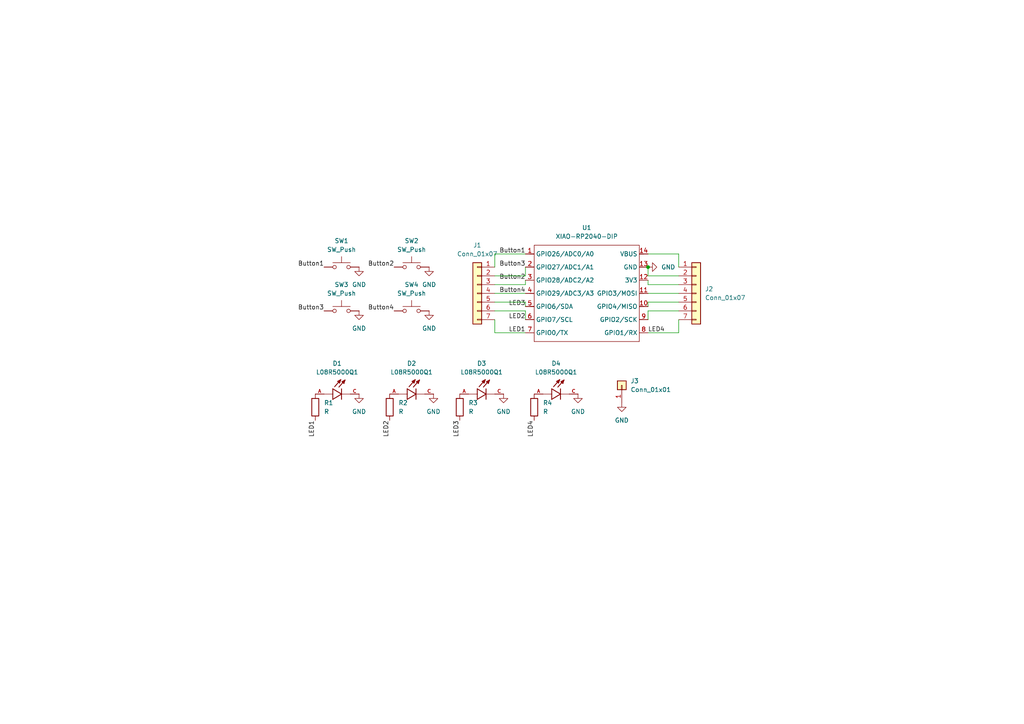
<source format=kicad_sch>
(kicad_sch
	(version 20250114)
	(generator "eeschema")
	(generator_version "9.0")
	(uuid "a5480fb0-ebde-4149-a253-5bf0be17c45e")
	(paper "A4")
	(title_block
		(title "GridCore")
		(company "Rainier P.S.")
	)
	(lib_symbols
		(symbol "Connector_Generic:Conn_01x01"
			(pin_names
				(offset 1.016)
				(hide yes)
			)
			(exclude_from_sim no)
			(in_bom yes)
			(on_board yes)
			(property "Reference" "J"
				(at 0 2.54 0)
				(effects
					(font
						(size 1.27 1.27)
					)
				)
			)
			(property "Value" "Conn_01x01"
				(at 0 -2.54 0)
				(effects
					(font
						(size 1.27 1.27)
					)
				)
			)
			(property "Footprint" ""
				(at 0 0 0)
				(effects
					(font
						(size 1.27 1.27)
					)
					(hide yes)
				)
			)
			(property "Datasheet" "~"
				(at 0 0 0)
				(effects
					(font
						(size 1.27 1.27)
					)
					(hide yes)
				)
			)
			(property "Description" "Generic connector, single row, 01x01, script generated (kicad-library-utils/schlib/autogen/connector/)"
				(at 0 0 0)
				(effects
					(font
						(size 1.27 1.27)
					)
					(hide yes)
				)
			)
			(property "ki_keywords" "connector"
				(at 0 0 0)
				(effects
					(font
						(size 1.27 1.27)
					)
					(hide yes)
				)
			)
			(property "ki_fp_filters" "Connector*:*_1x??_*"
				(at 0 0 0)
				(effects
					(font
						(size 1.27 1.27)
					)
					(hide yes)
				)
			)
			(symbol "Conn_01x01_1_1"
				(rectangle
					(start -1.27 1.27)
					(end 1.27 -1.27)
					(stroke
						(width 0.254)
						(type default)
					)
					(fill
						(type background)
					)
				)
				(rectangle
					(start -1.27 0.127)
					(end 0 -0.127)
					(stroke
						(width 0.1524)
						(type default)
					)
					(fill
						(type none)
					)
				)
				(pin passive line
					(at -5.08 0 0)
					(length 3.81)
					(name "Pin_1"
						(effects
							(font
								(size 1.27 1.27)
							)
						)
					)
					(number "1"
						(effects
							(font
								(size 1.27 1.27)
							)
						)
					)
				)
			)
			(embedded_fonts no)
		)
		(symbol "Connector_Generic:Conn_01x07"
			(pin_names
				(offset 1.016)
				(hide yes)
			)
			(exclude_from_sim no)
			(in_bom yes)
			(on_board yes)
			(property "Reference" "J"
				(at 0 10.16 0)
				(effects
					(font
						(size 1.27 1.27)
					)
				)
			)
			(property "Value" "Conn_01x07"
				(at 0 -10.16 0)
				(effects
					(font
						(size 1.27 1.27)
					)
				)
			)
			(property "Footprint" ""
				(at 0 0 0)
				(effects
					(font
						(size 1.27 1.27)
					)
					(hide yes)
				)
			)
			(property "Datasheet" "~"
				(at 0 0 0)
				(effects
					(font
						(size 1.27 1.27)
					)
					(hide yes)
				)
			)
			(property "Description" "Generic connector, single row, 01x07, script generated (kicad-library-utils/schlib/autogen/connector/)"
				(at 0 0 0)
				(effects
					(font
						(size 1.27 1.27)
					)
					(hide yes)
				)
			)
			(property "ki_keywords" "connector"
				(at 0 0 0)
				(effects
					(font
						(size 1.27 1.27)
					)
					(hide yes)
				)
			)
			(property "ki_fp_filters" "Connector*:*_1x??_*"
				(at 0 0 0)
				(effects
					(font
						(size 1.27 1.27)
					)
					(hide yes)
				)
			)
			(symbol "Conn_01x07_1_1"
				(rectangle
					(start -1.27 8.89)
					(end 1.27 -8.89)
					(stroke
						(width 0.254)
						(type default)
					)
					(fill
						(type background)
					)
				)
				(rectangle
					(start -1.27 7.747)
					(end 0 7.493)
					(stroke
						(width 0.1524)
						(type default)
					)
					(fill
						(type none)
					)
				)
				(rectangle
					(start -1.27 5.207)
					(end 0 4.953)
					(stroke
						(width 0.1524)
						(type default)
					)
					(fill
						(type none)
					)
				)
				(rectangle
					(start -1.27 2.667)
					(end 0 2.413)
					(stroke
						(width 0.1524)
						(type default)
					)
					(fill
						(type none)
					)
				)
				(rectangle
					(start -1.27 0.127)
					(end 0 -0.127)
					(stroke
						(width 0.1524)
						(type default)
					)
					(fill
						(type none)
					)
				)
				(rectangle
					(start -1.27 -2.413)
					(end 0 -2.667)
					(stroke
						(width 0.1524)
						(type default)
					)
					(fill
						(type none)
					)
				)
				(rectangle
					(start -1.27 -4.953)
					(end 0 -5.207)
					(stroke
						(width 0.1524)
						(type default)
					)
					(fill
						(type none)
					)
				)
				(rectangle
					(start -1.27 -7.493)
					(end 0 -7.747)
					(stroke
						(width 0.1524)
						(type default)
					)
					(fill
						(type none)
					)
				)
				(pin passive line
					(at -5.08 7.62 0)
					(length 3.81)
					(name "Pin_1"
						(effects
							(font
								(size 1.27 1.27)
							)
						)
					)
					(number "1"
						(effects
							(font
								(size 1.27 1.27)
							)
						)
					)
				)
				(pin passive line
					(at -5.08 5.08 0)
					(length 3.81)
					(name "Pin_2"
						(effects
							(font
								(size 1.27 1.27)
							)
						)
					)
					(number "2"
						(effects
							(font
								(size 1.27 1.27)
							)
						)
					)
				)
				(pin passive line
					(at -5.08 2.54 0)
					(length 3.81)
					(name "Pin_3"
						(effects
							(font
								(size 1.27 1.27)
							)
						)
					)
					(number "3"
						(effects
							(font
								(size 1.27 1.27)
							)
						)
					)
				)
				(pin passive line
					(at -5.08 0 0)
					(length 3.81)
					(name "Pin_4"
						(effects
							(font
								(size 1.27 1.27)
							)
						)
					)
					(number "4"
						(effects
							(font
								(size 1.27 1.27)
							)
						)
					)
				)
				(pin passive line
					(at -5.08 -2.54 0)
					(length 3.81)
					(name "Pin_5"
						(effects
							(font
								(size 1.27 1.27)
							)
						)
					)
					(number "5"
						(effects
							(font
								(size 1.27 1.27)
							)
						)
					)
				)
				(pin passive line
					(at -5.08 -5.08 0)
					(length 3.81)
					(name "Pin_6"
						(effects
							(font
								(size 1.27 1.27)
							)
						)
					)
					(number "6"
						(effects
							(font
								(size 1.27 1.27)
							)
						)
					)
				)
				(pin passive line
					(at -5.08 -7.62 0)
					(length 3.81)
					(name "Pin_7"
						(effects
							(font
								(size 1.27 1.27)
							)
						)
					)
					(number "7"
						(effects
							(font
								(size 1.27 1.27)
							)
						)
					)
				)
			)
			(embedded_fonts no)
		)
		(symbol "Device:R"
			(pin_numbers
				(hide yes)
			)
			(pin_names
				(offset 0)
			)
			(exclude_from_sim no)
			(in_bom yes)
			(on_board yes)
			(property "Reference" "R"
				(at 2.032 0 90)
				(effects
					(font
						(size 1.27 1.27)
					)
				)
			)
			(property "Value" "R"
				(at 0 0 90)
				(effects
					(font
						(size 1.27 1.27)
					)
				)
			)
			(property "Footprint" ""
				(at -1.778 0 90)
				(effects
					(font
						(size 1.27 1.27)
					)
					(hide yes)
				)
			)
			(property "Datasheet" "~"
				(at 0 0 0)
				(effects
					(font
						(size 1.27 1.27)
					)
					(hide yes)
				)
			)
			(property "Description" "Resistor"
				(at 0 0 0)
				(effects
					(font
						(size 1.27 1.27)
					)
					(hide yes)
				)
			)
			(property "ki_keywords" "R res resistor"
				(at 0 0 0)
				(effects
					(font
						(size 1.27 1.27)
					)
					(hide yes)
				)
			)
			(property "ki_fp_filters" "R_*"
				(at 0 0 0)
				(effects
					(font
						(size 1.27 1.27)
					)
					(hide yes)
				)
			)
			(symbol "R_0_1"
				(rectangle
					(start -1.016 -2.54)
					(end 1.016 2.54)
					(stroke
						(width 0.254)
						(type default)
					)
					(fill
						(type none)
					)
				)
			)
			(symbol "R_1_1"
				(pin passive line
					(at 0 3.81 270)
					(length 1.27)
					(name "~"
						(effects
							(font
								(size 1.27 1.27)
							)
						)
					)
					(number "1"
						(effects
							(font
								(size 1.27 1.27)
							)
						)
					)
				)
				(pin passive line
					(at 0 -3.81 90)
					(length 1.27)
					(name "~"
						(effects
							(font
								(size 1.27 1.27)
							)
						)
					)
					(number "2"
						(effects
							(font
								(size 1.27 1.27)
							)
						)
					)
				)
			)
			(embedded_fonts no)
		)
		(symbol "L08R5000Q1:L08R5000Q1"
			(pin_names
				(offset 1.016)
			)
			(exclude_from_sim no)
			(in_bom yes)
			(on_board yes)
			(property "Reference" "D"
				(at -3.0988 4.4958 0)
				(effects
					(font
						(size 1.27 1.27)
					)
					(justify left bottom)
				)
			)
			(property "Value" "L08R5000Q1"
				(at -3.556 -3.302 0)
				(effects
					(font
						(size 1.27 1.27)
					)
					(justify left bottom)
				)
			)
			(property "Footprint" "L08R5000Q1:LEDRD254W57D500H1070"
				(at 0 0 0)
				(effects
					(font
						(size 1.27 1.27)
					)
					(justify bottom)
					(hide yes)
				)
			)
			(property "Datasheet" ""
				(at 0 0 0)
				(effects
					(font
						(size 1.27 1.27)
					)
					(hide yes)
				)
			)
			(property "Description" ""
				(at 0 0 0)
				(effects
					(font
						(size 1.27 1.27)
					)
					(hide yes)
				)
			)
			(property "MF" "LED Technology"
				(at 0 0 0)
				(effects
					(font
						(size 1.27 1.27)
					)
					(justify bottom)
					(hide yes)
				)
			)
			(property "MAXIMUM_PACKAGE_HEIGHT" "10.7mm"
				(at 0 0 0)
				(effects
					(font
						(size 1.27 1.27)
					)
					(justify bottom)
					(hide yes)
				)
			)
			(property "Package" "None"
				(at 0 0 0)
				(effects
					(font
						(size 1.27 1.27)
					)
					(justify bottom)
					(hide yes)
				)
			)
			(property "Price" "None"
				(at 0 0 0)
				(effects
					(font
						(size 1.27 1.27)
					)
					(justify bottom)
					(hide yes)
				)
			)
			(property "Check_prices" "https://www.snapeda.com/parts/L08R5000Q1/LED+Technology/view-part/?ref=eda"
				(at 0 0 0)
				(effects
					(font
						(size 1.27 1.27)
					)
					(justify bottom)
					(hide yes)
				)
			)
			(property "STANDARD" "IPC-7351B"
				(at 0 0 0)
				(effects
					(font
						(size 1.27 1.27)
					)
					(justify bottom)
					(hide yes)
				)
			)
			(property "PARTREV" "NA"
				(at 0 0 0)
				(effects
					(font
						(size 1.27 1.27)
					)
					(justify bottom)
					(hide yes)
				)
			)
			(property "SnapEDA_Link" "https://www.snapeda.com/parts/L08R5000Q1/LED+Technology/view-part/?ref=snap"
				(at 0 0 0)
				(effects
					(font
						(size 1.27 1.27)
					)
					(justify bottom)
					(hide yes)
				)
			)
			(property "MP" "L08R5000Q1"
				(at 0 0 0)
				(effects
					(font
						(size 1.27 1.27)
					)
					(justify bottom)
					(hide yes)
				)
			)
			(property "Description_1" "LED, 5MM, ORANGE; LED / Lamp Size: 5mm / T-1 3/4; LED Colour: Orange; Typ Luminous Intensity: 4.3mcd; Viewing Angle: ..."
				(at 0 0 0)
				(effects
					(font
						(size 1.27 1.27)
					)
					(justify bottom)
					(hide yes)
				)
			)
			(property "Availability" "Not in stock"
				(at 0 0 0)
				(effects
					(font
						(size 1.27 1.27)
					)
					(justify bottom)
					(hide yes)
				)
			)
			(property "MANUFACTURER" "LED TECHNOLOGY"
				(at 0 0 0)
				(effects
					(font
						(size 1.27 1.27)
					)
					(justify bottom)
					(hide yes)
				)
			)
			(symbol "L08R5000Q1_0_0"
				(polyline
					(pts
						(xy -2.54 1.524) (xy -2.54 0)
					)
					(stroke
						(width 0.254)
						(type default)
					)
					(fill
						(type none)
					)
				)
				(polyline
					(pts
						(xy -2.54 0) (xy -5.08 0)
					)
					(stroke
						(width 0.1524)
						(type default)
					)
					(fill
						(type none)
					)
				)
				(polyline
					(pts
						(xy -2.54 0) (xy -2.54 -1.524)
					)
					(stroke
						(width 0.254)
						(type default)
					)
					(fill
						(type none)
					)
				)
				(polyline
					(pts
						(xy -2.54 -1.524) (xy 0 0)
					)
					(stroke
						(width 0.254)
						(type default)
					)
					(fill
						(type none)
					)
				)
				(polyline
					(pts
						(xy -1.1176 3.683) (xy -0.2286 4.1656)
					)
					(stroke
						(width 0.254)
						(type default)
					)
					(fill
						(type none)
					)
				)
				(polyline
					(pts
						(xy -0.9398 3.6068) (xy -0.7112 3.7592)
					)
					(stroke
						(width 0.254)
						(type default)
					)
					(fill
						(type none)
					)
				)
				(polyline
					(pts
						(xy -0.5588 3.2004) (xy -1.1176 3.683)
					)
					(stroke
						(width 0.254)
						(type default)
					)
					(fill
						(type none)
					)
				)
				(polyline
					(pts
						(xy -0.5588 3.2004) (xy -0.5334 3.937)
					)
					(stroke
						(width 0.254)
						(type default)
					)
					(fill
						(type none)
					)
				)
				(polyline
					(pts
						(xy -0.5334 3.937) (xy -0.6604 3.937)
					)
					(stroke
						(width 0.254)
						(type default)
					)
					(fill
						(type none)
					)
				)
				(polyline
					(pts
						(xy -0.2286 4.1656) (xy -2.0066 2.1336)
					)
					(stroke
						(width 0.254)
						(type default)
					)
					(fill
						(type none)
					)
				)
				(polyline
					(pts
						(xy -0.2286 4.1656) (xy -0.5588 3.2004)
					)
					(stroke
						(width 0.254)
						(type default)
					)
					(fill
						(type none)
					)
				)
				(polyline
					(pts
						(xy 0 1.524) (xy 0 0)
					)
					(stroke
						(width 0.254)
						(type default)
					)
					(fill
						(type none)
					)
				)
				(polyline
					(pts
						(xy 0 0) (xy -2.54 1.524)
					)
					(stroke
						(width 0.254)
						(type default)
					)
					(fill
						(type none)
					)
				)
				(polyline
					(pts
						(xy 0 0) (xy 0 -1.524)
					)
					(stroke
						(width 0.254)
						(type default)
					)
					(fill
						(type none)
					)
				)
				(polyline
					(pts
						(xy 0.127 3.5814) (xy 1.016 4.064)
					)
					(stroke
						(width 0.254)
						(type default)
					)
					(fill
						(type none)
					)
				)
				(polyline
					(pts
						(xy 0.3048 3.5052) (xy 0.5334 3.6576)
					)
					(stroke
						(width 0.254)
						(type default)
					)
					(fill
						(type none)
					)
				)
				(polyline
					(pts
						(xy 0.6858 3.0988) (xy 0.127 3.5814)
					)
					(stroke
						(width 0.254)
						(type default)
					)
					(fill
						(type none)
					)
				)
				(polyline
					(pts
						(xy 0.6858 3.0988) (xy 0.7112 3.8354)
					)
					(stroke
						(width 0.254)
						(type default)
					)
					(fill
						(type none)
					)
				)
				(polyline
					(pts
						(xy 0.7112 3.8354) (xy 0.5842 3.8354)
					)
					(stroke
						(width 0.254)
						(type default)
					)
					(fill
						(type none)
					)
				)
				(polyline
					(pts
						(xy 1.016 4.064) (xy -0.762 2.032)
					)
					(stroke
						(width 0.254)
						(type default)
					)
					(fill
						(type none)
					)
				)
				(polyline
					(pts
						(xy 1.016 4.064) (xy 0.6858 3.0988)
					)
					(stroke
						(width 0.254)
						(type default)
					)
					(fill
						(type none)
					)
				)
				(polyline
					(pts
						(xy 2.54 0) (xy 0 0)
					)
					(stroke
						(width 0.1524)
						(type default)
					)
					(fill
						(type none)
					)
				)
				(pin passive line
					(at -7.62 0 0)
					(length 2.54)
					(name "~"
						(effects
							(font
								(size 1.016 1.016)
							)
						)
					)
					(number "A"
						(effects
							(font
								(size 1.016 1.016)
							)
						)
					)
				)
				(pin passive line
					(at 5.08 0 180)
					(length 2.54)
					(name "~"
						(effects
							(font
								(size 1.016 1.016)
							)
						)
					)
					(number "C"
						(effects
							(font
								(size 1.016 1.016)
							)
						)
					)
				)
			)
			(embedded_fonts no)
		)
		(symbol "Seeed_Studio_XIAO_Series:XIAO-RP2040-DIP"
			(exclude_from_sim no)
			(in_bom yes)
			(on_board yes)
			(property "Reference" "U"
				(at 0 0 0)
				(effects
					(font
						(size 1.27 1.27)
					)
				)
			)
			(property "Value" "XIAO-RP2040-DIP"
				(at 5.334 -1.778 0)
				(effects
					(font
						(size 1.27 1.27)
					)
				)
			)
			(property "Footprint" "Module:MOUDLE14P-XIAO-DIP-SMD"
				(at 14.478 -32.258 0)
				(effects
					(font
						(size 1.27 1.27)
					)
					(hide yes)
				)
			)
			(property "Datasheet" ""
				(at 0 0 0)
				(effects
					(font
						(size 1.27 1.27)
					)
					(hide yes)
				)
			)
			(property "Description" ""
				(at 0 0 0)
				(effects
					(font
						(size 1.27 1.27)
					)
					(hide yes)
				)
			)
			(symbol "XIAO-RP2040-DIP_1_0"
				(polyline
					(pts
						(xy -1.27 -2.54) (xy 29.21 -2.54)
					)
					(stroke
						(width 0.1524)
						(type solid)
					)
					(fill
						(type none)
					)
				)
				(polyline
					(pts
						(xy -1.27 -5.08) (xy -2.54 -5.08)
					)
					(stroke
						(width 0.1524)
						(type solid)
					)
					(fill
						(type none)
					)
				)
				(polyline
					(pts
						(xy -1.27 -5.08) (xy -1.27 -2.54)
					)
					(stroke
						(width 0.1524)
						(type solid)
					)
					(fill
						(type none)
					)
				)
				(polyline
					(pts
						(xy -1.27 -8.89) (xy -2.54 -8.89)
					)
					(stroke
						(width 0.1524)
						(type solid)
					)
					(fill
						(type none)
					)
				)
				(polyline
					(pts
						(xy -1.27 -8.89) (xy -1.27 -5.08)
					)
					(stroke
						(width 0.1524)
						(type solid)
					)
					(fill
						(type none)
					)
				)
				(polyline
					(pts
						(xy -1.27 -12.7) (xy -2.54 -12.7)
					)
					(stroke
						(width 0.1524)
						(type solid)
					)
					(fill
						(type none)
					)
				)
				(polyline
					(pts
						(xy -1.27 -12.7) (xy -1.27 -8.89)
					)
					(stroke
						(width 0.1524)
						(type solid)
					)
					(fill
						(type none)
					)
				)
				(polyline
					(pts
						(xy -1.27 -16.51) (xy -2.54 -16.51)
					)
					(stroke
						(width 0.1524)
						(type solid)
					)
					(fill
						(type none)
					)
				)
				(polyline
					(pts
						(xy -1.27 -16.51) (xy -1.27 -12.7)
					)
					(stroke
						(width 0.1524)
						(type solid)
					)
					(fill
						(type none)
					)
				)
				(polyline
					(pts
						(xy -1.27 -20.32) (xy -2.54 -20.32)
					)
					(stroke
						(width 0.1524)
						(type solid)
					)
					(fill
						(type none)
					)
				)
				(polyline
					(pts
						(xy -1.27 -24.13) (xy -2.54 -24.13)
					)
					(stroke
						(width 0.1524)
						(type solid)
					)
					(fill
						(type none)
					)
				)
				(polyline
					(pts
						(xy -1.27 -27.94) (xy -2.54 -27.94)
					)
					(stroke
						(width 0.1524)
						(type solid)
					)
					(fill
						(type none)
					)
				)
				(polyline
					(pts
						(xy -1.27 -30.48) (xy -1.27 -16.51)
					)
					(stroke
						(width 0.1524)
						(type solid)
					)
					(fill
						(type none)
					)
				)
				(polyline
					(pts
						(xy 29.21 -2.54) (xy 29.21 -5.08)
					)
					(stroke
						(width 0.1524)
						(type solid)
					)
					(fill
						(type none)
					)
				)
				(polyline
					(pts
						(xy 29.21 -5.08) (xy 29.21 -8.89)
					)
					(stroke
						(width 0.1524)
						(type solid)
					)
					(fill
						(type none)
					)
				)
				(polyline
					(pts
						(xy 29.21 -8.89) (xy 29.21 -12.7)
					)
					(stroke
						(width 0.1524)
						(type solid)
					)
					(fill
						(type none)
					)
				)
				(polyline
					(pts
						(xy 29.21 -12.7) (xy 29.21 -30.48)
					)
					(stroke
						(width 0.1524)
						(type solid)
					)
					(fill
						(type none)
					)
				)
				(polyline
					(pts
						(xy 29.21 -30.48) (xy -1.27 -30.48)
					)
					(stroke
						(width 0.1524)
						(type solid)
					)
					(fill
						(type none)
					)
				)
				(polyline
					(pts
						(xy 30.48 -5.08) (xy 29.21 -5.08)
					)
					(stroke
						(width 0.1524)
						(type solid)
					)
					(fill
						(type none)
					)
				)
				(polyline
					(pts
						(xy 30.48 -8.89) (xy 29.21 -8.89)
					)
					(stroke
						(width 0.1524)
						(type solid)
					)
					(fill
						(type none)
					)
				)
				(polyline
					(pts
						(xy 30.48 -12.7) (xy 29.21 -12.7)
					)
					(stroke
						(width 0.1524)
						(type solid)
					)
					(fill
						(type none)
					)
				)
				(polyline
					(pts
						(xy 30.48 -16.51) (xy 29.21 -16.51)
					)
					(stroke
						(width 0.1524)
						(type solid)
					)
					(fill
						(type none)
					)
				)
				(polyline
					(pts
						(xy 30.48 -20.32) (xy 29.21 -20.32)
					)
					(stroke
						(width 0.1524)
						(type solid)
					)
					(fill
						(type none)
					)
				)
				(polyline
					(pts
						(xy 30.48 -24.13) (xy 29.21 -24.13)
					)
					(stroke
						(width 0.1524)
						(type solid)
					)
					(fill
						(type none)
					)
				)
				(polyline
					(pts
						(xy 30.48 -27.94) (xy 29.21 -27.94)
					)
					(stroke
						(width 0.1524)
						(type solid)
					)
					(fill
						(type none)
					)
				)
				(pin passive line
					(at -3.81 -5.08 0)
					(length 2.54)
					(name "GPIO26/ADC0/A0"
						(effects
							(font
								(size 1.27 1.27)
							)
						)
					)
					(number "1"
						(effects
							(font
								(size 1.27 1.27)
							)
						)
					)
				)
				(pin passive line
					(at -3.81 -8.89 0)
					(length 2.54)
					(name "GPIO27/ADC1/A1"
						(effects
							(font
								(size 1.27 1.27)
							)
						)
					)
					(number "2"
						(effects
							(font
								(size 1.27 1.27)
							)
						)
					)
				)
				(pin passive line
					(at -3.81 -12.7 0)
					(length 2.54)
					(name "GPIO28/ADC2/A2"
						(effects
							(font
								(size 1.27 1.27)
							)
						)
					)
					(number "3"
						(effects
							(font
								(size 1.27 1.27)
							)
						)
					)
				)
				(pin passive line
					(at -3.81 -16.51 0)
					(length 2.54)
					(name "GPIO29/ADC3/A3"
						(effects
							(font
								(size 1.27 1.27)
							)
						)
					)
					(number "4"
						(effects
							(font
								(size 1.27 1.27)
							)
						)
					)
				)
				(pin passive line
					(at -3.81 -20.32 0)
					(length 2.54)
					(name "GPIO6/SDA"
						(effects
							(font
								(size 1.27 1.27)
							)
						)
					)
					(number "5"
						(effects
							(font
								(size 1.27 1.27)
							)
						)
					)
				)
				(pin passive line
					(at -3.81 -24.13 0)
					(length 2.54)
					(name "GPIO7/SCL"
						(effects
							(font
								(size 1.27 1.27)
							)
						)
					)
					(number "6"
						(effects
							(font
								(size 1.27 1.27)
							)
						)
					)
				)
				(pin passive line
					(at -3.81 -27.94 0)
					(length 2.54)
					(name "GPIO0/TX"
						(effects
							(font
								(size 1.27 1.27)
							)
						)
					)
					(number "7"
						(effects
							(font
								(size 1.27 1.27)
							)
						)
					)
				)
				(pin passive line
					(at 31.75 -5.08 180)
					(length 2.54)
					(name "VBUS"
						(effects
							(font
								(size 1.27 1.27)
							)
						)
					)
					(number "14"
						(effects
							(font
								(size 1.27 1.27)
							)
						)
					)
				)
				(pin passive line
					(at 31.75 -8.89 180)
					(length 2.54)
					(name "GND"
						(effects
							(font
								(size 1.27 1.27)
							)
						)
					)
					(number "13"
						(effects
							(font
								(size 1.27 1.27)
							)
						)
					)
				)
				(pin passive line
					(at 31.75 -12.7 180)
					(length 2.54)
					(name "3V3"
						(effects
							(font
								(size 1.27 1.27)
							)
						)
					)
					(number "12"
						(effects
							(font
								(size 1.27 1.27)
							)
						)
					)
				)
				(pin passive line
					(at 31.75 -16.51 180)
					(length 2.54)
					(name "GPIO3/MOSI"
						(effects
							(font
								(size 1.27 1.27)
							)
						)
					)
					(number "11"
						(effects
							(font
								(size 1.27 1.27)
							)
						)
					)
				)
				(pin passive line
					(at 31.75 -20.32 180)
					(length 2.54)
					(name "GPIO4/MISO"
						(effects
							(font
								(size 1.27 1.27)
							)
						)
					)
					(number "10"
						(effects
							(font
								(size 1.27 1.27)
							)
						)
					)
				)
				(pin passive line
					(at 31.75 -24.13 180)
					(length 2.54)
					(name "GPIO2/SCK"
						(effects
							(font
								(size 1.27 1.27)
							)
						)
					)
					(number "9"
						(effects
							(font
								(size 1.27 1.27)
							)
						)
					)
				)
				(pin passive line
					(at 31.75 -27.94 180)
					(length 2.54)
					(name "GPIO1/RX"
						(effects
							(font
								(size 1.27 1.27)
							)
						)
					)
					(number "8"
						(effects
							(font
								(size 1.27 1.27)
							)
						)
					)
				)
			)
			(embedded_fonts no)
		)
		(symbol "Switch:SW_Push"
			(pin_numbers
				(hide yes)
			)
			(pin_names
				(offset 1.016)
				(hide yes)
			)
			(exclude_from_sim no)
			(in_bom yes)
			(on_board yes)
			(property "Reference" "SW"
				(at 1.27 2.54 0)
				(effects
					(font
						(size 1.27 1.27)
					)
					(justify left)
				)
			)
			(property "Value" "SW_Push"
				(at 0 -1.524 0)
				(effects
					(font
						(size 1.27 1.27)
					)
				)
			)
			(property "Footprint" ""
				(at 0 5.08 0)
				(effects
					(font
						(size 1.27 1.27)
					)
					(hide yes)
				)
			)
			(property "Datasheet" "~"
				(at 0 5.08 0)
				(effects
					(font
						(size 1.27 1.27)
					)
					(hide yes)
				)
			)
			(property "Description" "Push button switch, generic, two pins"
				(at 0 0 0)
				(effects
					(font
						(size 1.27 1.27)
					)
					(hide yes)
				)
			)
			(property "ki_keywords" "switch normally-open pushbutton push-button"
				(at 0 0 0)
				(effects
					(font
						(size 1.27 1.27)
					)
					(hide yes)
				)
			)
			(symbol "SW_Push_0_1"
				(circle
					(center -2.032 0)
					(radius 0.508)
					(stroke
						(width 0)
						(type default)
					)
					(fill
						(type none)
					)
				)
				(polyline
					(pts
						(xy 0 1.27) (xy 0 3.048)
					)
					(stroke
						(width 0)
						(type default)
					)
					(fill
						(type none)
					)
				)
				(circle
					(center 2.032 0)
					(radius 0.508)
					(stroke
						(width 0)
						(type default)
					)
					(fill
						(type none)
					)
				)
				(polyline
					(pts
						(xy 2.54 1.27) (xy -2.54 1.27)
					)
					(stroke
						(width 0)
						(type default)
					)
					(fill
						(type none)
					)
				)
				(pin passive line
					(at -5.08 0 0)
					(length 2.54)
					(name "1"
						(effects
							(font
								(size 1.27 1.27)
							)
						)
					)
					(number "1"
						(effects
							(font
								(size 1.27 1.27)
							)
						)
					)
				)
				(pin passive line
					(at 5.08 0 180)
					(length 2.54)
					(name "2"
						(effects
							(font
								(size 1.27 1.27)
							)
						)
					)
					(number "2"
						(effects
							(font
								(size 1.27 1.27)
							)
						)
					)
				)
			)
			(embedded_fonts no)
		)
		(symbol "power:GND"
			(power)
			(pin_numbers
				(hide yes)
			)
			(pin_names
				(offset 0)
				(hide yes)
			)
			(exclude_from_sim no)
			(in_bom yes)
			(on_board yes)
			(property "Reference" "#PWR"
				(at 0 -6.35 0)
				(effects
					(font
						(size 1.27 1.27)
					)
					(hide yes)
				)
			)
			(property "Value" "GND"
				(at 0 -3.81 0)
				(effects
					(font
						(size 1.27 1.27)
					)
				)
			)
			(property "Footprint" ""
				(at 0 0 0)
				(effects
					(font
						(size 1.27 1.27)
					)
					(hide yes)
				)
			)
			(property "Datasheet" ""
				(at 0 0 0)
				(effects
					(font
						(size 1.27 1.27)
					)
					(hide yes)
				)
			)
			(property "Description" "Power symbol creates a global label with name \"GND\" , ground"
				(at 0 0 0)
				(effects
					(font
						(size 1.27 1.27)
					)
					(hide yes)
				)
			)
			(property "ki_keywords" "global power"
				(at 0 0 0)
				(effects
					(font
						(size 1.27 1.27)
					)
					(hide yes)
				)
			)
			(symbol "GND_0_1"
				(polyline
					(pts
						(xy 0 0) (xy 0 -1.27) (xy 1.27 -1.27) (xy 0 -2.54) (xy -1.27 -1.27) (xy 0 -1.27)
					)
					(stroke
						(width 0)
						(type default)
					)
					(fill
						(type none)
					)
				)
			)
			(symbol "GND_1_1"
				(pin power_in line
					(at 0 0 270)
					(length 0)
					(name "~"
						(effects
							(font
								(size 1.27 1.27)
							)
						)
					)
					(number "1"
						(effects
							(font
								(size 1.27 1.27)
							)
						)
					)
				)
			)
			(embedded_fonts no)
		)
	)
	(junction
		(at 187.96 77.47)
		(diameter 0)
		(color 0 0 0 0)
		(uuid "7ef47a6f-1287-4753-bb0c-9ca8a2912f18")
	)
	(wire
		(pts
			(xy 196.85 96.52) (xy 196.85 92.71)
		)
		(stroke
			(width 0)
			(type default)
		)
		(uuid "042b728e-17be-406d-8a3d-e971f6e76439")
	)
	(wire
		(pts
			(xy 143.51 73.66) (xy 152.4 73.66)
		)
		(stroke
			(width 0)
			(type default)
		)
		(uuid "1b0854c5-53b6-4f3f-9c7d-a748837537ff")
	)
	(wire
		(pts
			(xy 187.96 92.71) (xy 187.96 90.17)
		)
		(stroke
			(width 0)
			(type default)
		)
		(uuid "2eb4984b-6d57-4c7a-854f-d90f7f1cb842")
	)
	(wire
		(pts
			(xy 187.96 87.63) (xy 196.85 87.63)
		)
		(stroke
			(width 0)
			(type default)
		)
		(uuid "37d1678f-19c3-474b-8a6b-293de00596c9")
	)
	(wire
		(pts
			(xy 196.85 73.66) (xy 187.96 73.66)
		)
		(stroke
			(width 0)
			(type default)
		)
		(uuid "43ed0909-9693-4894-b723-693fffc658d2")
	)
	(wire
		(pts
			(xy 143.51 87.63) (xy 152.4 87.63)
		)
		(stroke
			(width 0)
			(type default)
		)
		(uuid "4cdf0a71-9ee6-4f90-be20-966920cf4df4")
	)
	(wire
		(pts
			(xy 143.51 92.71) (xy 143.51 96.52)
		)
		(stroke
			(width 0)
			(type default)
		)
		(uuid "59f11c81-12ae-4e1e-bf3d-e658310d22cf")
	)
	(wire
		(pts
			(xy 187.96 80.01) (xy 187.96 77.47)
		)
		(stroke
			(width 0)
			(type default)
		)
		(uuid "6210357c-404e-46b3-8570-bafa73de22e8")
	)
	(wire
		(pts
			(xy 143.51 96.52) (xy 152.4 96.52)
		)
		(stroke
			(width 0)
			(type default)
		)
		(uuid "6e42ab72-72d6-4b9d-a860-f018426f559c")
	)
	(wire
		(pts
			(xy 187.96 90.17) (xy 196.85 90.17)
		)
		(stroke
			(width 0)
			(type default)
		)
		(uuid "73b8a8ac-e520-4da2-a1ad-9e07799073e0")
	)
	(wire
		(pts
			(xy 152.4 87.63) (xy 152.4 88.9)
		)
		(stroke
			(width 0)
			(type default)
		)
		(uuid "8830608d-421a-4ab8-b2c2-30102e74c80a")
	)
	(wire
		(pts
			(xy 196.85 77.47) (xy 196.85 73.66)
		)
		(stroke
			(width 0)
			(type default)
		)
		(uuid "9234f99c-f760-4ae5-96fc-dff4cca84668")
	)
	(wire
		(pts
			(xy 152.4 80.01) (xy 152.4 77.47)
		)
		(stroke
			(width 0)
			(type default)
		)
		(uuid "9e752970-0ed5-45b8-a695-df5e2ca56562")
	)
	(wire
		(pts
			(xy 143.51 90.17) (xy 152.4 90.17)
		)
		(stroke
			(width 0)
			(type default)
		)
		(uuid "a0e9f28a-63d9-4c9a-b0fd-371912662912")
	)
	(wire
		(pts
			(xy 196.85 80.01) (xy 187.96 80.01)
		)
		(stroke
			(width 0)
			(type default)
		)
		(uuid "ab90ecd0-c261-4d99-88c6-8512d18982bd")
	)
	(wire
		(pts
			(xy 196.85 82.55) (xy 187.96 82.55)
		)
		(stroke
			(width 0)
			(type default)
		)
		(uuid "af83cd92-e249-416e-8868-8992be3ddfc5")
	)
	(wire
		(pts
			(xy 187.96 85.09) (xy 196.85 85.09)
		)
		(stroke
			(width 0)
			(type default)
		)
		(uuid "b96bbc85-390f-4d16-8b39-d92e59bddc1e")
	)
	(wire
		(pts
			(xy 143.51 82.55) (xy 152.4 82.55)
		)
		(stroke
			(width 0)
			(type default)
		)
		(uuid "bb8cf0bb-b00a-4992-8aa2-4cf68630a732")
	)
	(wire
		(pts
			(xy 152.4 82.55) (xy 152.4 81.28)
		)
		(stroke
			(width 0)
			(type default)
		)
		(uuid "c112a8fd-4091-417a-b8fa-c4433f113b35")
	)
	(wire
		(pts
			(xy 143.51 77.47) (xy 143.51 73.66)
		)
		(stroke
			(width 0)
			(type default)
		)
		(uuid "d014f8b2-8730-4ee3-b1a9-d96b5b25a8fe")
	)
	(wire
		(pts
			(xy 187.96 88.9) (xy 187.96 87.63)
		)
		(stroke
			(width 0)
			(type default)
		)
		(uuid "da2d905f-1f90-40a4-8f3e-440292250416")
	)
	(wire
		(pts
			(xy 143.51 80.01) (xy 152.4 80.01)
		)
		(stroke
			(width 0)
			(type default)
		)
		(uuid "dff3a0ef-48be-49f2-a024-686996aad11f")
	)
	(wire
		(pts
			(xy 143.51 85.09) (xy 152.4 85.09)
		)
		(stroke
			(width 0)
			(type default)
		)
		(uuid "ebc52fe3-4794-49ba-90bc-acce13d337a7")
	)
	(wire
		(pts
			(xy 152.4 90.17) (xy 152.4 92.71)
		)
		(stroke
			(width 0)
			(type default)
		)
		(uuid "eeced23f-fd1a-49cb-825b-559c58ba4938")
	)
	(wire
		(pts
			(xy 187.96 82.55) (xy 187.96 81.28)
		)
		(stroke
			(width 0)
			(type default)
		)
		(uuid "f0566e74-612e-4e2b-98ce-e7da34ffb218")
	)
	(wire
		(pts
			(xy 187.96 96.52) (xy 196.85 96.52)
		)
		(stroke
			(width 0)
			(type default)
		)
		(uuid "fa993e3a-6a21-416a-a3c8-83f1eac148f1")
	)
	(label "LED1"
		(at 91.44 121.92 270)
		(effects
			(font
				(size 1.27 1.27)
			)
			(justify right bottom)
		)
		(uuid "0c2f3b6d-f7f7-4742-9e02-84738b83ee43")
	)
	(label "LED2"
		(at 113.03 121.92 270)
		(effects
			(font
				(size 1.27 1.27)
			)
			(justify right bottom)
		)
		(uuid "2015f6f4-a933-46a2-9084-736ff6c56add")
	)
	(label "Button2"
		(at 114.3 77.47 180)
		(effects
			(font
				(size 1.27 1.27)
			)
			(justify right bottom)
		)
		(uuid "2544381a-8bd7-4684-8958-8b35ab0c585f")
	)
	(label "LED1"
		(at 152.4 96.52 180)
		(effects
			(font
				(size 1.27 1.27)
			)
			(justify right bottom)
		)
		(uuid "47b38e4c-8ff8-4b5d-9ad4-8f13b40a4401")
	)
	(label "Button4"
		(at 114.3 90.17 180)
		(effects
			(font
				(size 1.27 1.27)
			)
			(justify right bottom)
		)
		(uuid "616bd02b-6f65-41b6-81c3-2fcd8cd4b529")
	)
	(label "LED2"
		(at 152.4 92.71 180)
		(effects
			(font
				(size 1.27 1.27)
			)
			(justify right bottom)
		)
		(uuid "72e6ba69-ef8c-4dc3-b895-143464703fbe")
	)
	(label "Button3"
		(at 152.4 77.47 180)
		(effects
			(font
				(size 1.27 1.27)
			)
			(justify right bottom)
		)
		(uuid "7b6c9354-a06b-43ce-9983-c210507ca97f")
	)
	(label "LED3"
		(at 152.4 88.9 180)
		(effects
			(font
				(size 1.27 1.27)
			)
			(justify right bottom)
		)
		(uuid "8ff9fcf9-402b-41ee-9ef5-6edff4712374")
	)
	(label "LED3"
		(at 133.35 121.92 270)
		(effects
			(font
				(size 1.27 1.27)
			)
			(justify right bottom)
		)
		(uuid "9f8fe60a-5280-4793-9fd8-e1eef3563505")
	)
	(label "Button1"
		(at 93.98 77.47 180)
		(effects
			(font
				(size 1.27 1.27)
			)
			(justify right bottom)
		)
		(uuid "a25bd440-5c11-4912-8553-728abcd55bad")
	)
	(label "LED4"
		(at 187.96 96.52 0)
		(effects
			(font
				(size 1.27 1.27)
			)
			(justify left bottom)
		)
		(uuid "a4a82e46-ffdc-449d-87c2-c6c67b6155c4")
	)
	(label "Button3"
		(at 93.98 90.17 180)
		(effects
			(font
				(size 1.27 1.27)
			)
			(justify right bottom)
		)
		(uuid "b0d12a1f-a8f4-471c-a183-d0e1d1db19e0")
	)
	(label "Button1"
		(at 152.4 73.66 180)
		(effects
			(font
				(size 1.27 1.27)
			)
			(justify right bottom)
		)
		(uuid "ccae36a1-f0a5-41ca-a2d0-c934442e3f9a")
	)
	(label "Button2"
		(at 152.4 81.28 180)
		(effects
			(font
				(size 1.27 1.27)
			)
			(justify right bottom)
		)
		(uuid "d36bfa86-5ee5-462b-89ad-0291d1955eb2")
	)
	(label "Button4"
		(at 152.4 85.09 180)
		(effects
			(font
				(size 1.27 1.27)
			)
			(justify right bottom)
		)
		(uuid "eff2431f-728e-4d52-a0f7-19fdcf171b5f")
	)
	(label "LED4"
		(at 154.94 121.92 270)
		(effects
			(font
				(size 1.27 1.27)
			)
			(justify right bottom)
		)
		(uuid "f4f01055-fc3b-4a29-aa47-2c0cf43641a6")
	)
	(symbol
		(lib_id "power:GND")
		(at 124.46 90.17 0)
		(unit 1)
		(exclude_from_sim no)
		(in_bom yes)
		(on_board yes)
		(dnp no)
		(fields_autoplaced yes)
		(uuid "018d36cc-e8cc-46bc-a37d-531952f22b51")
		(property "Reference" "#PWR07"
			(at 124.46 96.52 0)
			(effects
				(font
					(size 1.27 1.27)
				)
				(hide yes)
			)
		)
		(property "Value" "GND"
			(at 124.46 95.25 0)
			(effects
				(font
					(size 1.27 1.27)
				)
			)
		)
		(property "Footprint" ""
			(at 124.46 90.17 0)
			(effects
				(font
					(size 1.27 1.27)
				)
				(hide yes)
			)
		)
		(property "Datasheet" ""
			(at 124.46 90.17 0)
			(effects
				(font
					(size 1.27 1.27)
				)
				(hide yes)
			)
		)
		(property "Description" "Power symbol creates a global label with name \"GND\" , ground"
			(at 124.46 90.17 0)
			(effects
				(font
					(size 1.27 1.27)
				)
				(hide yes)
			)
		)
		(pin "1"
			(uuid "f0e2728f-7048-4081-9a60-2b9220394585")
		)
		(instances
			(project ""
				(path "/a5480fb0-ebde-4149-a253-5bf0be17c45e"
					(reference "#PWR07")
					(unit 1)
				)
			)
		)
	)
	(symbol
		(lib_id "Switch:SW_Push")
		(at 119.38 77.47 0)
		(unit 1)
		(exclude_from_sim no)
		(in_bom yes)
		(on_board yes)
		(dnp no)
		(fields_autoplaced yes)
		(uuid "133712a4-7526-45ce-8706-01fa107ffb55")
		(property "Reference" "SW2"
			(at 119.38 69.85 0)
			(effects
				(font
					(size 1.27 1.27)
				)
			)
		)
		(property "Value" "SW_Push"
			(at 119.38 72.39 0)
			(effects
				(font
					(size 1.27 1.27)
				)
			)
		)
		(property "Footprint" "Button_Switch_Keyboard:SW_Cherry_MX_1.00u_PCB"
			(at 119.38 72.39 0)
			(effects
				(font
					(size 1.27 1.27)
				)
				(hide yes)
			)
		)
		(property "Datasheet" "~"
			(at 119.38 72.39 0)
			(effects
				(font
					(size 1.27 1.27)
				)
				(hide yes)
			)
		)
		(property "Description" "Push button switch, generic, two pins"
			(at 119.38 77.47 0)
			(effects
				(font
					(size 1.27 1.27)
				)
				(hide yes)
			)
		)
		(pin "2"
			(uuid "44b3b2f1-b2e1-4c5a-9b1a-b9b93b8c7565")
		)
		(pin "1"
			(uuid "63344cb0-901d-4a87-8b3c-f709d0fdaa2a")
		)
		(instances
			(project ""
				(path "/a5480fb0-ebde-4149-a253-5bf0be17c45e"
					(reference "SW2")
					(unit 1)
				)
			)
		)
	)
	(symbol
		(lib_id "Device:R")
		(at 91.44 118.11 0)
		(unit 1)
		(exclude_from_sim no)
		(in_bom yes)
		(on_board yes)
		(dnp no)
		(fields_autoplaced yes)
		(uuid "1687e5f6-eb9f-4200-8d38-45bc1515d3df")
		(property "Reference" "R1"
			(at 93.98 116.8399 0)
			(effects
				(font
					(size 1.27 1.27)
				)
				(justify left)
			)
		)
		(property "Value" "R"
			(at 93.98 119.3799 0)
			(effects
				(font
					(size 1.27 1.27)
				)
				(justify left)
			)
		)
		(property "Footprint" "Resistor_THT:R_Axial_DIN0204_L3.6mm_D1.6mm_P5.08mm_Horizontal"
			(at 89.662 118.11 90)
			(effects
				(font
					(size 1.27 1.27)
				)
				(hide yes)
			)
		)
		(property "Datasheet" "~"
			(at 91.44 118.11 0)
			(effects
				(font
					(size 1.27 1.27)
				)
				(hide yes)
			)
		)
		(property "Description" "Resistor"
			(at 91.44 118.11 0)
			(effects
				(font
					(size 1.27 1.27)
				)
				(hide yes)
			)
		)
		(pin "2"
			(uuid "962ee4ae-e1fa-492d-ba8c-44c46f7e6bd6")
		)
		(pin "1"
			(uuid "14dcbef9-6b60-4276-ac0d-6bdd21db50cc")
		)
		(instances
			(project ""
				(path "/a5480fb0-ebde-4149-a253-5bf0be17c45e"
					(reference "R1")
					(unit 1)
				)
			)
		)
	)
	(symbol
		(lib_id "power:GND")
		(at 125.73 114.3 0)
		(unit 1)
		(exclude_from_sim no)
		(in_bom yes)
		(on_board yes)
		(dnp no)
		(fields_autoplaced yes)
		(uuid "1aed30e8-2501-41a7-a1a0-d78479515bc6")
		(property "Reference" "#PWR02"
			(at 125.73 120.65 0)
			(effects
				(font
					(size 1.27 1.27)
				)
				(hide yes)
			)
		)
		(property "Value" "GND"
			(at 125.73 119.38 0)
			(effects
				(font
					(size 1.27 1.27)
				)
			)
		)
		(property "Footprint" ""
			(at 125.73 114.3 0)
			(effects
				(font
					(size 1.27 1.27)
				)
				(hide yes)
			)
		)
		(property "Datasheet" ""
			(at 125.73 114.3 0)
			(effects
				(font
					(size 1.27 1.27)
				)
				(hide yes)
			)
		)
		(property "Description" "Power symbol creates a global label with name \"GND\" , ground"
			(at 125.73 114.3 0)
			(effects
				(font
					(size 1.27 1.27)
				)
				(hide yes)
			)
		)
		(pin "1"
			(uuid "fd7ac2f6-1383-40cc-b9db-e3cce99d6842")
		)
		(instances
			(project ""
				(path "/a5480fb0-ebde-4149-a253-5bf0be17c45e"
					(reference "#PWR02")
					(unit 1)
				)
			)
		)
	)
	(symbol
		(lib_id "Seeed_Studio_XIAO_Series:XIAO-RP2040-DIP")
		(at 156.21 68.58 0)
		(unit 1)
		(exclude_from_sim no)
		(in_bom yes)
		(on_board yes)
		(dnp no)
		(fields_autoplaced yes)
		(uuid "247981d8-c5f9-449b-a9b6-eb0a197eb0c2")
		(property "Reference" "U1"
			(at 170.18 66.04 0)
			(effects
				(font
					(size 1.27 1.27)
				)
			)
		)
		(property "Value" "XIAO-RP2040-DIP"
			(at 170.18 68.58 0)
			(effects
				(font
					(size 1.27 1.27)
				)
			)
		)
		(property "Footprint" "Footprints:XIAO-RP2040-DIP"
			(at 170.688 100.838 0)
			(effects
				(font
					(size 1.27 1.27)
				)
				(hide yes)
			)
		)
		(property "Datasheet" ""
			(at 156.21 68.58 0)
			(effects
				(font
					(size 1.27 1.27)
				)
				(hide yes)
			)
		)
		(property "Description" ""
			(at 156.21 68.58 0)
			(effects
				(font
					(size 1.27 1.27)
				)
				(hide yes)
			)
		)
		(pin "8"
			(uuid "24c9b89a-e057-4541-8d70-bb718c7de1b7")
		)
		(pin "7"
			(uuid "3ccb3459-0700-436f-a087-5db9d11fdaa6")
		)
		(pin "4"
			(uuid "a846f359-79fd-4bee-aef5-55149da4d217")
		)
		(pin "1"
			(uuid "4aa09ecd-d543-4fa5-9365-498eacdfb7dc")
		)
		(pin "6"
			(uuid "f8946698-ba5f-4d6a-8e62-5e69f5ed083b")
		)
		(pin "14"
			(uuid "2303c623-0516-4f14-9e36-f49fe101e04f")
		)
		(pin "13"
			(uuid "b8fcbda6-2581-4df0-b203-40855c3ed081")
		)
		(pin "11"
			(uuid "9c767894-4870-4e3e-87b8-65ddd157e20c")
		)
		(pin "12"
			(uuid "9c42661b-b8e1-46cd-8753-3aed4250fe6e")
		)
		(pin "3"
			(uuid "e41f31e9-f561-4498-8b79-4271ceb97810")
		)
		(pin "5"
			(uuid "63464067-5617-4021-adb2-e2c4b915839e")
		)
		(pin "9"
			(uuid "b15ab5e3-9314-4e87-93c6-577ca1b2dc18")
		)
		(pin "2"
			(uuid "54f6eed8-7717-4ebb-9537-afe1a67673cb")
		)
		(pin "10"
			(uuid "987e9893-8eb8-42a8-95cd-c270f324f475")
		)
		(instances
			(project ""
				(path "/a5480fb0-ebde-4149-a253-5bf0be17c45e"
					(reference "U1")
					(unit 1)
				)
			)
		)
	)
	(symbol
		(lib_id "Switch:SW_Push")
		(at 119.38 90.17 0)
		(unit 1)
		(exclude_from_sim no)
		(in_bom yes)
		(on_board yes)
		(dnp no)
		(fields_autoplaced yes)
		(uuid "2a36892c-63b7-460b-ba10-7583991a9476")
		(property "Reference" "SW4"
			(at 119.38 82.55 0)
			(effects
				(font
					(size 1.27 1.27)
				)
			)
		)
		(property "Value" "SW_Push"
			(at 119.38 85.09 0)
			(effects
				(font
					(size 1.27 1.27)
				)
			)
		)
		(property "Footprint" "Button_Switch_Keyboard:SW_Cherry_MX_1.00u_PCB"
			(at 119.38 85.09 0)
			(effects
				(font
					(size 1.27 1.27)
				)
				(hide yes)
			)
		)
		(property "Datasheet" "~"
			(at 119.38 85.09 0)
			(effects
				(font
					(size 1.27 1.27)
				)
				(hide yes)
			)
		)
		(property "Description" "Push button switch, generic, two pins"
			(at 119.38 90.17 0)
			(effects
				(font
					(size 1.27 1.27)
				)
				(hide yes)
			)
		)
		(pin "1"
			(uuid "e729b5a9-550c-4c88-ae0c-1659f0eaf5cd")
		)
		(pin "2"
			(uuid "452e5ea6-07d6-465d-8649-e92ebe90daa4")
		)
		(instances
			(project ""
				(path "/a5480fb0-ebde-4149-a253-5bf0be17c45e"
					(reference "SW4")
					(unit 1)
				)
			)
		)
	)
	(symbol
		(lib_id "Device:R")
		(at 133.35 118.11 0)
		(unit 1)
		(exclude_from_sim no)
		(in_bom yes)
		(on_board yes)
		(dnp no)
		(fields_autoplaced yes)
		(uuid "2b26e99e-059a-48c8-829c-b751130c5536")
		(property "Reference" "R3"
			(at 135.89 116.8399 0)
			(effects
				(font
					(size 1.27 1.27)
				)
				(justify left)
			)
		)
		(property "Value" "R"
			(at 135.89 119.3799 0)
			(effects
				(font
					(size 1.27 1.27)
				)
				(justify left)
			)
		)
		(property "Footprint" "Resistor_THT:R_Axial_DIN0204_L3.6mm_D1.6mm_P5.08mm_Horizontal"
			(at 131.572 118.11 90)
			(effects
				(font
					(size 1.27 1.27)
				)
				(hide yes)
			)
		)
		(property "Datasheet" "~"
			(at 133.35 118.11 0)
			(effects
				(font
					(size 1.27 1.27)
				)
				(hide yes)
			)
		)
		(property "Description" "Resistor"
			(at 133.35 118.11 0)
			(effects
				(font
					(size 1.27 1.27)
				)
				(hide yes)
			)
		)
		(pin "1"
			(uuid "c907776f-b813-4dea-b057-e8c3e2fe7d64")
		)
		(pin "2"
			(uuid "dc45a760-220c-472b-8521-7cd924a47840")
		)
		(instances
			(project ""
				(path "/a5480fb0-ebde-4149-a253-5bf0be17c45e"
					(reference "R3")
					(unit 1)
				)
			)
		)
	)
	(symbol
		(lib_id "Device:R")
		(at 154.94 118.11 0)
		(unit 1)
		(exclude_from_sim no)
		(in_bom yes)
		(on_board yes)
		(dnp no)
		(fields_autoplaced yes)
		(uuid "33ad11ee-6061-4ec9-9213-be4a9af38cdd")
		(property "Reference" "R4"
			(at 157.48 116.8399 0)
			(effects
				(font
					(size 1.27 1.27)
				)
				(justify left)
			)
		)
		(property "Value" "R"
			(at 157.48 119.3799 0)
			(effects
				(font
					(size 1.27 1.27)
				)
				(justify left)
			)
		)
		(property "Footprint" "Resistor_THT:R_Axial_DIN0204_L3.6mm_D1.6mm_P5.08mm_Horizontal"
			(at 153.162 118.11 90)
			(effects
				(font
					(size 1.27 1.27)
				)
				(hide yes)
			)
		)
		(property "Datasheet" "~"
			(at 154.94 118.11 0)
			(effects
				(font
					(size 1.27 1.27)
				)
				(hide yes)
			)
		)
		(property "Description" "Resistor"
			(at 154.94 118.11 0)
			(effects
				(font
					(size 1.27 1.27)
				)
				(hide yes)
			)
		)
		(pin "1"
			(uuid "a584c63a-35ba-480d-93d7-cc770aa6b4c8")
		)
		(pin "2"
			(uuid "1ec38af0-9c41-493a-b9e6-60aec8a89bea")
		)
		(instances
			(project ""
				(path "/a5480fb0-ebde-4149-a253-5bf0be17c45e"
					(reference "R4")
					(unit 1)
				)
			)
		)
	)
	(symbol
		(lib_id "Connector_Generic:Conn_01x01")
		(at 180.34 111.76 90)
		(unit 1)
		(exclude_from_sim no)
		(in_bom yes)
		(on_board yes)
		(dnp no)
		(fields_autoplaced yes)
		(uuid "3705de1f-a77c-4a2f-92e6-7aa7b7530884")
		(property "Reference" "J3"
			(at 182.88 110.4899 90)
			(effects
				(font
					(size 1.27 1.27)
				)
				(justify right)
			)
		)
		(property "Value" "Conn_01x01"
			(at 182.88 113.0299 90)
			(effects
				(font
					(size 1.27 1.27)
				)
				(justify right)
			)
		)
		(property "Footprint" "TestPoint:TestPoint_THTPad_D1.5mm_Drill0.7mm"
			(at 180.34 111.76 0)
			(effects
				(font
					(size 1.27 1.27)
				)
				(hide yes)
			)
		)
		(property "Datasheet" "~"
			(at 180.34 111.76 0)
			(effects
				(font
					(size 1.27 1.27)
				)
				(hide yes)
			)
		)
		(property "Description" "Generic connector, single row, 01x01, script generated (kicad-library-utils/schlib/autogen/connector/)"
			(at 180.34 111.76 0)
			(effects
				(font
					(size 1.27 1.27)
				)
				(hide yes)
			)
		)
		(pin "1"
			(uuid "240f4140-91b1-4970-b2ca-eb7c35302e6a")
		)
		(instances
			(project ""
				(path "/a5480fb0-ebde-4149-a253-5bf0be17c45e"
					(reference "J3")
					(unit 1)
				)
			)
		)
	)
	(symbol
		(lib_id "power:GND")
		(at 187.96 77.47 90)
		(unit 1)
		(exclude_from_sim no)
		(in_bom yes)
		(on_board yes)
		(dnp no)
		(fields_autoplaced yes)
		(uuid "3936ad86-4eb1-4328-8d79-21052075089d")
		(property "Reference" "#PWR011"
			(at 194.31 77.47 0)
			(effects
				(font
					(size 1.27 1.27)
				)
				(hide yes)
			)
		)
		(property "Value" "GND"
			(at 191.77 77.4699 90)
			(effects
				(font
					(size 1.27 1.27)
				)
				(justify right)
			)
		)
		(property "Footprint" ""
			(at 187.96 77.47 0)
			(effects
				(font
					(size 1.27 1.27)
				)
				(hide yes)
			)
		)
		(property "Datasheet" ""
			(at 187.96 77.47 0)
			(effects
				(font
					(size 1.27 1.27)
				)
				(hide yes)
			)
		)
		(property "Description" "Power symbol creates a global label with name \"GND\" , ground"
			(at 187.96 77.47 0)
			(effects
				(font
					(size 1.27 1.27)
				)
				(hide yes)
			)
		)
		(pin "1"
			(uuid "8872e23c-c8e3-4f6f-87af-5cd94fbd79b0")
		)
		(instances
			(project ""
				(path "/a5480fb0-ebde-4149-a253-5bf0be17c45e"
					(reference "#PWR011")
					(unit 1)
				)
			)
		)
	)
	(symbol
		(lib_id "power:GND")
		(at 104.14 77.47 0)
		(unit 1)
		(exclude_from_sim no)
		(in_bom yes)
		(on_board yes)
		(dnp no)
		(fields_autoplaced yes)
		(uuid "5af23714-1dc3-46f4-b6f8-9d0880fa25de")
		(property "Reference" "#PWR05"
			(at 104.14 83.82 0)
			(effects
				(font
					(size 1.27 1.27)
				)
				(hide yes)
			)
		)
		(property "Value" "GND"
			(at 104.14 82.55 0)
			(effects
				(font
					(size 1.27 1.27)
				)
			)
		)
		(property "Footprint" ""
			(at 104.14 77.47 0)
			(effects
				(font
					(size 1.27 1.27)
				)
				(hide yes)
			)
		)
		(property "Datasheet" ""
			(at 104.14 77.47 0)
			(effects
				(font
					(size 1.27 1.27)
				)
				(hide yes)
			)
		)
		(property "Description" "Power symbol creates a global label with name \"GND\" , ground"
			(at 104.14 77.47 0)
			(effects
				(font
					(size 1.27 1.27)
				)
				(hide yes)
			)
		)
		(pin "1"
			(uuid "8d950426-449f-4c48-8ce8-b64674eb4c87")
		)
		(instances
			(project ""
				(path "/a5480fb0-ebde-4149-a253-5bf0be17c45e"
					(reference "#PWR05")
					(unit 1)
				)
			)
		)
	)
	(symbol
		(lib_id "power:GND")
		(at 146.05 114.3 0)
		(unit 1)
		(exclude_from_sim no)
		(in_bom yes)
		(on_board yes)
		(dnp no)
		(fields_autoplaced yes)
		(uuid "5c9616cd-a913-4e13-a33b-a91718ed500e")
		(property "Reference" "#PWR03"
			(at 146.05 120.65 0)
			(effects
				(font
					(size 1.27 1.27)
				)
				(hide yes)
			)
		)
		(property "Value" "GND"
			(at 146.05 119.38 0)
			(effects
				(font
					(size 1.27 1.27)
				)
			)
		)
		(property "Footprint" ""
			(at 146.05 114.3 0)
			(effects
				(font
					(size 1.27 1.27)
				)
				(hide yes)
			)
		)
		(property "Datasheet" ""
			(at 146.05 114.3 0)
			(effects
				(font
					(size 1.27 1.27)
				)
				(hide yes)
			)
		)
		(property "Description" "Power symbol creates a global label with name \"GND\" , ground"
			(at 146.05 114.3 0)
			(effects
				(font
					(size 1.27 1.27)
				)
				(hide yes)
			)
		)
		(pin "1"
			(uuid "2ba64e21-7660-4c99-8488-5eafb8d6cb31")
		)
		(instances
			(project ""
				(path "/a5480fb0-ebde-4149-a253-5bf0be17c45e"
					(reference "#PWR03")
					(unit 1)
				)
			)
		)
	)
	(symbol
		(lib_id "power:GND")
		(at 104.14 114.3 0)
		(unit 1)
		(exclude_from_sim no)
		(in_bom yes)
		(on_board yes)
		(dnp no)
		(fields_autoplaced yes)
		(uuid "61cee31f-5248-4081-87f7-a20d961cc265")
		(property "Reference" "#PWR01"
			(at 104.14 120.65 0)
			(effects
				(font
					(size 1.27 1.27)
				)
				(hide yes)
			)
		)
		(property "Value" "GND"
			(at 104.14 119.38 0)
			(effects
				(font
					(size 1.27 1.27)
				)
			)
		)
		(property "Footprint" ""
			(at 104.14 114.3 0)
			(effects
				(font
					(size 1.27 1.27)
				)
				(hide yes)
			)
		)
		(property "Datasheet" ""
			(at 104.14 114.3 0)
			(effects
				(font
					(size 1.27 1.27)
				)
				(hide yes)
			)
		)
		(property "Description" "Power symbol creates a global label with name \"GND\" , ground"
			(at 104.14 114.3 0)
			(effects
				(font
					(size 1.27 1.27)
				)
				(hide yes)
			)
		)
		(pin "1"
			(uuid "61b94017-650d-4569-afc8-63db0ed972e6")
		)
		(instances
			(project ""
				(path "/a5480fb0-ebde-4149-a253-5bf0be17c45e"
					(reference "#PWR01")
					(unit 1)
				)
			)
		)
	)
	(symbol
		(lib_id "power:GND")
		(at 124.46 77.47 0)
		(unit 1)
		(exclude_from_sim no)
		(in_bom yes)
		(on_board yes)
		(dnp no)
		(fields_autoplaced yes)
		(uuid "6a54d011-e39d-49dd-96a6-560b0360ba91")
		(property "Reference" "#PWR08"
			(at 124.46 83.82 0)
			(effects
				(font
					(size 1.27 1.27)
				)
				(hide yes)
			)
		)
		(property "Value" "GND"
			(at 124.46 82.55 0)
			(effects
				(font
					(size 1.27 1.27)
				)
			)
		)
		(property "Footprint" ""
			(at 124.46 77.47 0)
			(effects
				(font
					(size 1.27 1.27)
				)
				(hide yes)
			)
		)
		(property "Datasheet" ""
			(at 124.46 77.47 0)
			(effects
				(font
					(size 1.27 1.27)
				)
				(hide yes)
			)
		)
		(property "Description" "Power symbol creates a global label with name \"GND\" , ground"
			(at 124.46 77.47 0)
			(effects
				(font
					(size 1.27 1.27)
				)
				(hide yes)
			)
		)
		(pin "1"
			(uuid "8033653e-d5c2-4da0-91b9-404d3f017aea")
		)
		(instances
			(project ""
				(path "/a5480fb0-ebde-4149-a253-5bf0be17c45e"
					(reference "#PWR08")
					(unit 1)
				)
			)
		)
	)
	(symbol
		(lib_id "Switch:SW_Push")
		(at 99.06 77.47 0)
		(unit 1)
		(exclude_from_sim no)
		(in_bom yes)
		(on_board yes)
		(dnp no)
		(fields_autoplaced yes)
		(uuid "80f048db-f48b-4d05-8013-c5d03a9fcee8")
		(property "Reference" "SW1"
			(at 99.06 69.85 0)
			(effects
				(font
					(size 1.27 1.27)
				)
			)
		)
		(property "Value" "SW_Push"
			(at 99.06 72.39 0)
			(effects
				(font
					(size 1.27 1.27)
				)
			)
		)
		(property "Footprint" "Button_Switch_Keyboard:SW_Cherry_MX_1.00u_PCB"
			(at 99.06 72.39 0)
			(effects
				(font
					(size 1.27 1.27)
				)
				(hide yes)
			)
		)
		(property "Datasheet" "~"
			(at 99.06 72.39 0)
			(effects
				(font
					(size 1.27 1.27)
				)
				(hide yes)
			)
		)
		(property "Description" "Push button switch, generic, two pins"
			(at 99.06 77.47 0)
			(effects
				(font
					(size 1.27 1.27)
				)
				(hide yes)
			)
		)
		(pin "2"
			(uuid "e22fa314-9a91-43da-bae9-952f043dccf0")
		)
		(pin "1"
			(uuid "a9e2e54d-bd74-424b-ac42-63aec2107884")
		)
		(instances
			(project ""
				(path "/a5480fb0-ebde-4149-a253-5bf0be17c45e"
					(reference "SW1")
					(unit 1)
				)
			)
		)
	)
	(symbol
		(lib_id "power:GND")
		(at 167.64 114.3 0)
		(unit 1)
		(exclude_from_sim no)
		(in_bom yes)
		(on_board yes)
		(dnp no)
		(fields_autoplaced yes)
		(uuid "99d44ee3-7a0e-467e-a17a-306ea0def287")
		(property "Reference" "#PWR04"
			(at 167.64 120.65 0)
			(effects
				(font
					(size 1.27 1.27)
				)
				(hide yes)
			)
		)
		(property "Value" "GND"
			(at 167.64 119.38 0)
			(effects
				(font
					(size 1.27 1.27)
				)
			)
		)
		(property "Footprint" ""
			(at 167.64 114.3 0)
			(effects
				(font
					(size 1.27 1.27)
				)
				(hide yes)
			)
		)
		(property "Datasheet" ""
			(at 167.64 114.3 0)
			(effects
				(font
					(size 1.27 1.27)
				)
				(hide yes)
			)
		)
		(property "Description" "Power symbol creates a global label with name \"GND\" , ground"
			(at 167.64 114.3 0)
			(effects
				(font
					(size 1.27 1.27)
				)
				(hide yes)
			)
		)
		(pin "1"
			(uuid "4283a5c9-f4eb-476c-80b0-bdbdea266d8b")
		)
		(instances
			(project ""
				(path "/a5480fb0-ebde-4149-a253-5bf0be17c45e"
					(reference "#PWR04")
					(unit 1)
				)
			)
		)
	)
	(symbol
		(lib_id "Switch:SW_Push")
		(at 99.06 90.17 0)
		(unit 1)
		(exclude_from_sim no)
		(in_bom yes)
		(on_board yes)
		(dnp no)
		(fields_autoplaced yes)
		(uuid "9a32d457-7720-4a71-adfb-7e527e6986ec")
		(property "Reference" "SW3"
			(at 99.06 82.55 0)
			(effects
				(font
					(size 1.27 1.27)
				)
			)
		)
		(property "Value" "SW_Push"
			(at 99.06 85.09 0)
			(effects
				(font
					(size 1.27 1.27)
				)
			)
		)
		(property "Footprint" "Button_Switch_Keyboard:SW_Cherry_MX_1.00u_PCB"
			(at 99.06 85.09 0)
			(effects
				(font
					(size 1.27 1.27)
				)
				(hide yes)
			)
		)
		(property "Datasheet" "~"
			(at 99.06 85.09 0)
			(effects
				(font
					(size 1.27 1.27)
				)
				(hide yes)
			)
		)
		(property "Description" "Push button switch, generic, two pins"
			(at 99.06 90.17 0)
			(effects
				(font
					(size 1.27 1.27)
				)
				(hide yes)
			)
		)
		(pin "1"
			(uuid "23bdfb5e-df35-46d5-a065-ee9fcfd2b4a6")
		)
		(pin "2"
			(uuid "1e63c9f9-de19-4b3d-a008-190c30459ce4")
		)
		(instances
			(project ""
				(path "/a5480fb0-ebde-4149-a253-5bf0be17c45e"
					(reference "SW3")
					(unit 1)
				)
			)
		)
	)
	(symbol
		(lib_id "power:GND")
		(at 180.34 116.84 0)
		(unit 1)
		(exclude_from_sim no)
		(in_bom yes)
		(on_board yes)
		(dnp no)
		(fields_autoplaced yes)
		(uuid "9a5a8f11-6ced-483b-beee-4e29a803dd30")
		(property "Reference" "#PWR09"
			(at 180.34 123.19 0)
			(effects
				(font
					(size 1.27 1.27)
				)
				(hide yes)
			)
		)
		(property "Value" "GND"
			(at 180.34 121.92 0)
			(effects
				(font
					(size 1.27 1.27)
				)
			)
		)
		(property "Footprint" ""
			(at 180.34 116.84 0)
			(effects
				(font
					(size 1.27 1.27)
				)
				(hide yes)
			)
		)
		(property "Datasheet" ""
			(at 180.34 116.84 0)
			(effects
				(font
					(size 1.27 1.27)
				)
				(hide yes)
			)
		)
		(property "Description" "Power symbol creates a global label with name \"GND\" , ground"
			(at 180.34 116.84 0)
			(effects
				(font
					(size 1.27 1.27)
				)
				(hide yes)
			)
		)
		(pin "1"
			(uuid "b2939cdd-7f65-4be0-8572-87e007c90484")
		)
		(instances
			(project ""
				(path "/a5480fb0-ebde-4149-a253-5bf0be17c45e"
					(reference "#PWR09")
					(unit 1)
				)
			)
		)
	)
	(symbol
		(lib_id "Device:R")
		(at 113.03 118.11 0)
		(unit 1)
		(exclude_from_sim no)
		(in_bom yes)
		(on_board yes)
		(dnp no)
		(fields_autoplaced yes)
		(uuid "b44d2459-9845-4497-94ab-d5b168c0bf11")
		(property "Reference" "R2"
			(at 115.57 116.8399 0)
			(effects
				(font
					(size 1.27 1.27)
				)
				(justify left)
			)
		)
		(property "Value" "R"
			(at 115.57 119.3799 0)
			(effects
				(font
					(size 1.27 1.27)
				)
				(justify left)
			)
		)
		(property "Footprint" "Resistor_THT:R_Axial_DIN0204_L3.6mm_D1.6mm_P5.08mm_Horizontal"
			(at 111.252 118.11 90)
			(effects
				(font
					(size 1.27 1.27)
				)
				(hide yes)
			)
		)
		(property "Datasheet" "~"
			(at 113.03 118.11 0)
			(effects
				(font
					(size 1.27 1.27)
				)
				(hide yes)
			)
		)
		(property "Description" "Resistor"
			(at 113.03 118.11 0)
			(effects
				(font
					(size 1.27 1.27)
				)
				(hide yes)
			)
		)
		(pin "1"
			(uuid "536f8e7b-09b0-43dc-a3bf-2bcd4c20ebfc")
		)
		(pin "2"
			(uuid "95deec40-03f7-4062-9c20-cd919d60d872")
		)
		(instances
			(project ""
				(path "/a5480fb0-ebde-4149-a253-5bf0be17c45e"
					(reference "R2")
					(unit 1)
				)
			)
		)
	)
	(symbol
		(lib_id "L08R5000Q1:L08R5000Q1")
		(at 99.06 114.3 0)
		(unit 1)
		(exclude_from_sim no)
		(in_bom yes)
		(on_board yes)
		(dnp no)
		(fields_autoplaced yes)
		(uuid "b7723dae-4474-4cf9-8c2e-d9c71f0eaf38")
		(property "Reference" "D1"
			(at 97.79 105.41 0)
			(effects
				(font
					(size 1.27 1.27)
				)
			)
		)
		(property "Value" "L08R5000Q1"
			(at 97.79 107.95 0)
			(effects
				(font
					(size 1.27 1.27)
				)
			)
		)
		(property "Footprint" "Footprints:LEDRD254W57D500H1070"
			(at 99.06 114.3 0)
			(effects
				(font
					(size 1.27 1.27)
				)
				(justify bottom)
				(hide yes)
			)
		)
		(property "Datasheet" ""
			(at 99.06 114.3 0)
			(effects
				(font
					(size 1.27 1.27)
				)
				(hide yes)
			)
		)
		(property "Description" ""
			(at 99.06 114.3 0)
			(effects
				(font
					(size 1.27 1.27)
				)
				(hide yes)
			)
		)
		(property "MF" "LED Technology"
			(at 99.06 114.3 0)
			(effects
				(font
					(size 1.27 1.27)
				)
				(justify bottom)
				(hide yes)
			)
		)
		(property "MAXIMUM_PACKAGE_HEIGHT" "10.7mm"
			(at 99.06 114.3 0)
			(effects
				(font
					(size 1.27 1.27)
				)
				(justify bottom)
				(hide yes)
			)
		)
		(property "Package" "None"
			(at 99.06 114.3 0)
			(effects
				(font
					(size 1.27 1.27)
				)
				(justify bottom)
				(hide yes)
			)
		)
		(property "Price" "None"
			(at 99.06 114.3 0)
			(effects
				(font
					(size 1.27 1.27)
				)
				(justify bottom)
				(hide yes)
			)
		)
		(property "Check_prices" "https://www.snapeda.com/parts/L08R5000Q1/LED+Technology/view-part/?ref=eda"
			(at 99.06 114.3 0)
			(effects
				(font
					(size 1.27 1.27)
				)
				(justify bottom)
				(hide yes)
			)
		)
		(property "STANDARD" "IPC-7351B"
			(at 99.06 114.3 0)
			(effects
				(font
					(size 1.27 1.27)
				)
				(justify bottom)
				(hide yes)
			)
		)
		(property "PARTREV" "NA"
			(at 99.06 114.3 0)
			(effects
				(font
					(size 1.27 1.27)
				)
				(justify bottom)
				(hide yes)
			)
		)
		(property "SnapEDA_Link" "https://www.snapeda.com/parts/L08R5000Q1/LED+Technology/view-part/?ref=snap"
			(at 99.06 114.3 0)
			(effects
				(font
					(size 1.27 1.27)
				)
				(justify bottom)
				(hide yes)
			)
		)
		(property "MP" "L08R5000Q1"
			(at 99.06 114.3 0)
			(effects
				(font
					(size 1.27 1.27)
				)
				(justify bottom)
				(hide yes)
			)
		)
		(property "Description_1" "LED, 5MM, ORANGE; LED / Lamp Size: 5mm / T-1 3/4; LED Colour: Orange; Typ Luminous Intensity: 4.3mcd; Viewing Angle: ..."
			(at 99.06 114.3 0)
			(effects
				(font
					(size 1.27 1.27)
				)
				(justify bottom)
				(hide yes)
			)
		)
		(property "Availability" "Not in stock"
			(at 99.06 114.3 0)
			(effects
				(font
					(size 1.27 1.27)
				)
				(justify bottom)
				(hide yes)
			)
		)
		(property "MANUFACTURER" "LED TECHNOLOGY"
			(at 99.06 114.3 0)
			(effects
				(font
					(size 1.27 1.27)
				)
				(justify bottom)
				(hide yes)
			)
		)
		(pin "A"
			(uuid "4e2319a0-1ee7-49e9-8a48-5269b9851bf8")
		)
		(pin "C"
			(uuid "4acbdfd0-a947-4da5-a948-6ce283bf00b8")
		)
		(instances
			(project ""
				(path "/a5480fb0-ebde-4149-a253-5bf0be17c45e"
					(reference "D1")
					(unit 1)
				)
			)
		)
	)
	(symbol
		(lib_id "L08R5000Q1:L08R5000Q1")
		(at 120.65 114.3 0)
		(unit 1)
		(exclude_from_sim no)
		(in_bom yes)
		(on_board yes)
		(dnp no)
		(fields_autoplaced yes)
		(uuid "c3112e2e-e0c2-4460-8659-a30c7dbde3a5")
		(property "Reference" "D2"
			(at 119.38 105.41 0)
			(effects
				(font
					(size 1.27 1.27)
				)
			)
		)
		(property "Value" "L08R5000Q1"
			(at 119.38 107.95 0)
			(effects
				(font
					(size 1.27 1.27)
				)
			)
		)
		(property "Footprint" "Footprints:LEDRD254W57D500H1070"
			(at 120.65 114.3 0)
			(effects
				(font
					(size 1.27 1.27)
				)
				(justify bottom)
				(hide yes)
			)
		)
		(property "Datasheet" ""
			(at 120.65 114.3 0)
			(effects
				(font
					(size 1.27 1.27)
				)
				(hide yes)
			)
		)
		(property "Description" ""
			(at 120.65 114.3 0)
			(effects
				(font
					(size 1.27 1.27)
				)
				(hide yes)
			)
		)
		(property "MF" "LED Technology"
			(at 120.65 114.3 0)
			(effects
				(font
					(size 1.27 1.27)
				)
				(justify bottom)
				(hide yes)
			)
		)
		(property "MAXIMUM_PACKAGE_HEIGHT" "10.7mm"
			(at 120.65 114.3 0)
			(effects
				(font
					(size 1.27 1.27)
				)
				(justify bottom)
				(hide yes)
			)
		)
		(property "Package" "None"
			(at 120.65 114.3 0)
			(effects
				(font
					(size 1.27 1.27)
				)
				(justify bottom)
				(hide yes)
			)
		)
		(property "Price" "None"
			(at 120.65 114.3 0)
			(effects
				(font
					(size 1.27 1.27)
				)
				(justify bottom)
				(hide yes)
			)
		)
		(property "Check_prices" "https://www.snapeda.com/parts/L08R5000Q1/LED+Technology/view-part/?ref=eda"
			(at 120.65 114.3 0)
			(effects
				(font
					(size 1.27 1.27)
				)
				(justify bottom)
				(hide yes)
			)
		)
		(property "STANDARD" "IPC-7351B"
			(at 120.65 114.3 0)
			(effects
				(font
					(size 1.27 1.27)
				)
				(justify bottom)
				(hide yes)
			)
		)
		(property "PARTREV" "NA"
			(at 120.65 114.3 0)
			(effects
				(font
					(size 1.27 1.27)
				)
				(justify bottom)
				(hide yes)
			)
		)
		(property "SnapEDA_Link" "https://www.snapeda.com/parts/L08R5000Q1/LED+Technology/view-part/?ref=snap"
			(at 120.65 114.3 0)
			(effects
				(font
					(size 1.27 1.27)
				)
				(justify bottom)
				(hide yes)
			)
		)
		(property "MP" "L08R5000Q1"
			(at 120.65 114.3 0)
			(effects
				(font
					(size 1.27 1.27)
				)
				(justify bottom)
				(hide yes)
			)
		)
		(property "Description_1" "LED, 5MM, ORANGE; LED / Lamp Size: 5mm / T-1 3/4; LED Colour: Orange; Typ Luminous Intensity: 4.3mcd; Viewing Angle: ..."
			(at 120.65 114.3 0)
			(effects
				(font
					(size 1.27 1.27)
				)
				(justify bottom)
				(hide yes)
			)
		)
		(property "Availability" "Not in stock"
			(at 120.65 114.3 0)
			(effects
				(font
					(size 1.27 1.27)
				)
				(justify bottom)
				(hide yes)
			)
		)
		(property "MANUFACTURER" "LED TECHNOLOGY"
			(at 120.65 114.3 0)
			(effects
				(font
					(size 1.27 1.27)
				)
				(justify bottom)
				(hide yes)
			)
		)
		(pin "A"
			(uuid "56afb2f6-805d-451a-9092-eb111442705f")
		)
		(pin "C"
			(uuid "65a312e6-c934-4e7b-91a7-1ee15e0fe22f")
		)
		(instances
			(project ""
				(path "/a5480fb0-ebde-4149-a253-5bf0be17c45e"
					(reference "D2")
					(unit 1)
				)
			)
		)
	)
	(symbol
		(lib_id "Connector_Generic:Conn_01x07")
		(at 138.43 85.09 0)
		(mirror y)
		(unit 1)
		(exclude_from_sim no)
		(in_bom yes)
		(on_board yes)
		(dnp no)
		(fields_autoplaced yes)
		(uuid "c49d021a-4452-4252-abc9-c92be4a00c8a")
		(property "Reference" "J1"
			(at 138.43 71.12 0)
			(effects
				(font
					(size 1.27 1.27)
				)
			)
		)
		(property "Value" "Conn_01x07"
			(at 138.43 73.66 0)
			(effects
				(font
					(size 1.27 1.27)
				)
			)
		)
		(property "Footprint" "Footprints:PinHeader_1x07_P2.54mm_Vertical"
			(at 138.43 85.09 0)
			(effects
				(font
					(size 1.27 1.27)
				)
				(hide yes)
			)
		)
		(property "Datasheet" "~"
			(at 138.43 85.09 0)
			(effects
				(font
					(size 1.27 1.27)
				)
				(hide yes)
			)
		)
		(property "Description" "Generic connector, single row, 01x07, script generated (kicad-library-utils/schlib/autogen/connector/)"
			(at 138.43 85.09 0)
			(effects
				(font
					(size 1.27 1.27)
				)
				(hide yes)
			)
		)
		(pin "6"
			(uuid "3b46a3a0-743a-4abd-9129-61a0a395dbc3")
		)
		(pin "1"
			(uuid "1c9f3875-3da9-418e-9a2c-c3e7de4bcc30")
		)
		(pin "2"
			(uuid "6df04cdd-719c-4c3a-8853-80415ff6a9c5")
		)
		(pin "3"
			(uuid "44c10dc4-7e57-4a6a-842c-e78762c8c7b8")
		)
		(pin "4"
			(uuid "88ba2af4-6a56-4349-b218-c8b9d7036353")
		)
		(pin "5"
			(uuid "9460746b-b6d0-4c11-aad4-2af9605e6341")
		)
		(pin "7"
			(uuid "afa93248-91a8-4948-9878-aff566e92891")
		)
		(instances
			(project ""
				(path "/a5480fb0-ebde-4149-a253-5bf0be17c45e"
					(reference "J1")
					(unit 1)
				)
			)
		)
	)
	(symbol
		(lib_id "L08R5000Q1:L08R5000Q1")
		(at 140.97 114.3 0)
		(unit 1)
		(exclude_from_sim no)
		(in_bom yes)
		(on_board yes)
		(dnp no)
		(fields_autoplaced yes)
		(uuid "c8b375e6-5ca7-496e-8275-0cf61a2a772f")
		(property "Reference" "D3"
			(at 139.7 105.41 0)
			(effects
				(font
					(size 1.27 1.27)
				)
			)
		)
		(property "Value" "L08R5000Q1"
			(at 139.7 107.95 0)
			(effects
				(font
					(size 1.27 1.27)
				)
			)
		)
		(property "Footprint" "Footprints:LEDRD254W57D500H1070"
			(at 140.97 114.3 0)
			(effects
				(font
					(size 1.27 1.27)
				)
				(justify bottom)
				(hide yes)
			)
		)
		(property "Datasheet" ""
			(at 140.97 114.3 0)
			(effects
				(font
					(size 1.27 1.27)
				)
				(hide yes)
			)
		)
		(property "Description" ""
			(at 140.97 114.3 0)
			(effects
				(font
					(size 1.27 1.27)
				)
				(hide yes)
			)
		)
		(property "MF" "LED Technology"
			(at 140.97 114.3 0)
			(effects
				(font
					(size 1.27 1.27)
				)
				(justify bottom)
				(hide yes)
			)
		)
		(property "MAXIMUM_PACKAGE_HEIGHT" "10.7mm"
			(at 140.97 114.3 0)
			(effects
				(font
					(size 1.27 1.27)
				)
				(justify bottom)
				(hide yes)
			)
		)
		(property "Package" "None"
			(at 140.97 114.3 0)
			(effects
				(font
					(size 1.27 1.27)
				)
				(justify bottom)
				(hide yes)
			)
		)
		(property "Price" "None"
			(at 140.97 114.3 0)
			(effects
				(font
					(size 1.27 1.27)
				)
				(justify bottom)
				(hide yes)
			)
		)
		(property "Check_prices" "https://www.snapeda.com/parts/L08R5000Q1/LED+Technology/view-part/?ref=eda"
			(at 140.97 114.3 0)
			(effects
				(font
					(size 1.27 1.27)
				)
				(justify bottom)
				(hide yes)
			)
		)
		(property "STANDARD" "IPC-7351B"
			(at 140.97 114.3 0)
			(effects
				(font
					(size 1.27 1.27)
				)
				(justify bottom)
				(hide yes)
			)
		)
		(property "PARTREV" "NA"
			(at 140.97 114.3 0)
			(effects
				(font
					(size 1.27 1.27)
				)
				(justify bottom)
				(hide yes)
			)
		)
		(property "SnapEDA_Link" "https://www.snapeda.com/parts/L08R5000Q1/LED+Technology/view-part/?ref=snap"
			(at 140.97 114.3 0)
			(effects
				(font
					(size 1.27 1.27)
				)
				(justify bottom)
				(hide yes)
			)
		)
		(property "MP" "L08R5000Q1"
			(at 140.97 114.3 0)
			(effects
				(font
					(size 1.27 1.27)
				)
				(justify bottom)
				(hide yes)
			)
		)
		(property "Description_1" "LED, 5MM, ORANGE; LED / Lamp Size: 5mm / T-1 3/4; LED Colour: Orange; Typ Luminous Intensity: 4.3mcd; Viewing Angle: ..."
			(at 140.97 114.3 0)
			(effects
				(font
					(size 1.27 1.27)
				)
				(justify bottom)
				(hide yes)
			)
		)
		(property "Availability" "Not in stock"
			(at 140.97 114.3 0)
			(effects
				(font
					(size 1.27 1.27)
				)
				(justify bottom)
				(hide yes)
			)
		)
		(property "MANUFACTURER" "LED TECHNOLOGY"
			(at 140.97 114.3 0)
			(effects
				(font
					(size 1.27 1.27)
				)
				(justify bottom)
				(hide yes)
			)
		)
		(pin "C"
			(uuid "9c40bbc9-2d64-4f00-abc1-ce7449428fd3")
		)
		(pin "A"
			(uuid "ab38c406-ba30-4dad-bb12-0a5cb29037b7")
		)
		(instances
			(project ""
				(path "/a5480fb0-ebde-4149-a253-5bf0be17c45e"
					(reference "D3")
					(unit 1)
				)
			)
		)
	)
	(symbol
		(lib_id "Connector_Generic:Conn_01x07")
		(at 201.93 85.09 0)
		(unit 1)
		(exclude_from_sim no)
		(in_bom yes)
		(on_board yes)
		(dnp no)
		(fields_autoplaced yes)
		(uuid "cce9ee31-0b75-497e-b0cb-9832dd5c2a86")
		(property "Reference" "J2"
			(at 204.47 83.8199 0)
			(effects
				(font
					(size 1.27 1.27)
				)
				(justify left)
			)
		)
		(property "Value" "Conn_01x07"
			(at 204.47 86.3599 0)
			(effects
				(font
					(size 1.27 1.27)
				)
				(justify left)
			)
		)
		(property "Footprint" "Footprints:PinHeader_1x07_P2.54mm_Vertical"
			(at 201.93 85.09 0)
			(effects
				(font
					(size 1.27 1.27)
				)
				(hide yes)
			)
		)
		(property "Datasheet" "~"
			(at 201.93 85.09 0)
			(effects
				(font
					(size 1.27 1.27)
				)
				(hide yes)
			)
		)
		(property "Description" "Generic connector, single row, 01x07, script generated (kicad-library-utils/schlib/autogen/connector/)"
			(at 201.93 85.09 0)
			(effects
				(font
					(size 1.27 1.27)
				)
				(hide yes)
			)
		)
		(pin "4"
			(uuid "f8c6ae74-05fb-4d14-bd9e-efec18d1ddb2")
		)
		(pin "2"
			(uuid "1c01ed11-49ce-418d-998c-6beb4c9b293e")
		)
		(pin "7"
			(uuid "8e63d3a2-9df3-4169-9cb7-c0e6e5c9b1f4")
		)
		(pin "3"
			(uuid "ea6bdfd9-1440-462c-a800-daa23c31c04e")
		)
		(pin "5"
			(uuid "7b412da1-8ade-42d5-9c90-9cae166bbbca")
		)
		(pin "6"
			(uuid "6faca3ea-6dc0-48b5-8e48-56d87a2f8f52")
		)
		(pin "1"
			(uuid "ac519163-f5a6-48ec-b3da-375feb730989")
		)
		(instances
			(project ""
				(path "/a5480fb0-ebde-4149-a253-5bf0be17c45e"
					(reference "J2")
					(unit 1)
				)
			)
		)
	)
	(symbol
		(lib_id "power:GND")
		(at 104.14 90.17 0)
		(unit 1)
		(exclude_from_sim no)
		(in_bom yes)
		(on_board yes)
		(dnp no)
		(fields_autoplaced yes)
		(uuid "d263b588-34bf-4e87-a263-ae69042379b1")
		(property "Reference" "#PWR06"
			(at 104.14 96.52 0)
			(effects
				(font
					(size 1.27 1.27)
				)
				(hide yes)
			)
		)
		(property "Value" "GND"
			(at 104.14 95.25 0)
			(effects
				(font
					(size 1.27 1.27)
				)
			)
		)
		(property "Footprint" ""
			(at 104.14 90.17 0)
			(effects
				(font
					(size 1.27 1.27)
				)
				(hide yes)
			)
		)
		(property "Datasheet" ""
			(at 104.14 90.17 0)
			(effects
				(font
					(size 1.27 1.27)
				)
				(hide yes)
			)
		)
		(property "Description" "Power symbol creates a global label with name \"GND\" , ground"
			(at 104.14 90.17 0)
			(effects
				(font
					(size 1.27 1.27)
				)
				(hide yes)
			)
		)
		(pin "1"
			(uuid "c418d7d0-26d3-4692-ad9e-81f3a2162186")
		)
		(instances
			(project ""
				(path "/a5480fb0-ebde-4149-a253-5bf0be17c45e"
					(reference "#PWR06")
					(unit 1)
				)
			)
		)
	)
	(symbol
		(lib_id "L08R5000Q1:L08R5000Q1")
		(at 162.56 114.3 0)
		(unit 1)
		(exclude_from_sim no)
		(in_bom yes)
		(on_board yes)
		(dnp no)
		(fields_autoplaced yes)
		(uuid "ec663a47-ba1e-42ac-a69d-42914b2f378b")
		(property "Reference" "D4"
			(at 161.29 105.41 0)
			(effects
				(font
					(size 1.27 1.27)
				)
			)
		)
		(property "Value" "L08R5000Q1"
			(at 161.29 107.95 0)
			(effects
				(font
					(size 1.27 1.27)
				)
			)
		)
		(property "Footprint" "Footprints:LEDRD254W57D500H1070"
			(at 162.56 114.3 0)
			(effects
				(font
					(size 1.27 1.27)
				)
				(justify bottom)
				(hide yes)
			)
		)
		(property "Datasheet" ""
			(at 162.56 114.3 0)
			(effects
				(font
					(size 1.27 1.27)
				)
				(hide yes)
			)
		)
		(property "Description" ""
			(at 162.56 114.3 0)
			(effects
				(font
					(size 1.27 1.27)
				)
				(hide yes)
			)
		)
		(property "MF" "LED Technology"
			(at 162.56 114.3 0)
			(effects
				(font
					(size 1.27 1.27)
				)
				(justify bottom)
				(hide yes)
			)
		)
		(property "MAXIMUM_PACKAGE_HEIGHT" "10.7mm"
			(at 162.56 114.3 0)
			(effects
				(font
					(size 1.27 1.27)
				)
				(justify bottom)
				(hide yes)
			)
		)
		(property "Package" "None"
			(at 162.56 114.3 0)
			(effects
				(font
					(size 1.27 1.27)
				)
				(justify bottom)
				(hide yes)
			)
		)
		(property "Price" "None"
			(at 162.56 114.3 0)
			(effects
				(font
					(size 1.27 1.27)
				)
				(justify bottom)
				(hide yes)
			)
		)
		(property "Check_prices" "https://www.snapeda.com/parts/L08R5000Q1/LED+Technology/view-part/?ref=eda"
			(at 162.56 114.3 0)
			(effects
				(font
					(size 1.27 1.27)
				)
				(justify bottom)
				(hide yes)
			)
		)
		(property "STANDARD" "IPC-7351B"
			(at 162.56 114.3 0)
			(effects
				(font
					(size 1.27 1.27)
				)
				(justify bottom)
				(hide yes)
			)
		)
		(property "PARTREV" "NA"
			(at 162.56 114.3 0)
			(effects
				(font
					(size 1.27 1.27)
				)
				(justify bottom)
				(hide yes)
			)
		)
		(property "SnapEDA_Link" "https://www.snapeda.com/parts/L08R5000Q1/LED+Technology/view-part/?ref=snap"
			(at 162.56 114.3 0)
			(effects
				(font
					(size 1.27 1.27)
				)
				(justify bottom)
				(hide yes)
			)
		)
		(property "MP" "L08R5000Q1"
			(at 162.56 114.3 0)
			(effects
				(font
					(size 1.27 1.27)
				)
				(justify bottom)
				(hide yes)
			)
		)
		(property "Description_1" "LED, 5MM, ORANGE; LED / Lamp Size: 5mm / T-1 3/4; LED Colour: Orange; Typ Luminous Intensity: 4.3mcd; Viewing Angle: ..."
			(at 162.56 114.3 0)
			(effects
				(font
					(size 1.27 1.27)
				)
				(justify bottom)
				(hide yes)
			)
		)
		(property "Availability" "Not in stock"
			(at 162.56 114.3 0)
			(effects
				(font
					(size 1.27 1.27)
				)
				(justify bottom)
				(hide yes)
			)
		)
		(property "MANUFACTURER" "LED TECHNOLOGY"
			(at 162.56 114.3 0)
			(effects
				(font
					(size 1.27 1.27)
				)
				(justify bottom)
				(hide yes)
			)
		)
		(pin "C"
			(uuid "e7a95ea3-15e1-4e80-ab12-12c2beddfddf")
		)
		(pin "A"
			(uuid "798ac7d1-30d0-46d9-9dae-b60979118ac3")
		)
		(instances
			(project ""
				(path "/a5480fb0-ebde-4149-a253-5bf0be17c45e"
					(reference "D4")
					(unit 1)
				)
			)
		)
	)
	(sheet_instances
		(path "/"
			(page "1")
		)
	)
	(embedded_fonts no)
)

</source>
